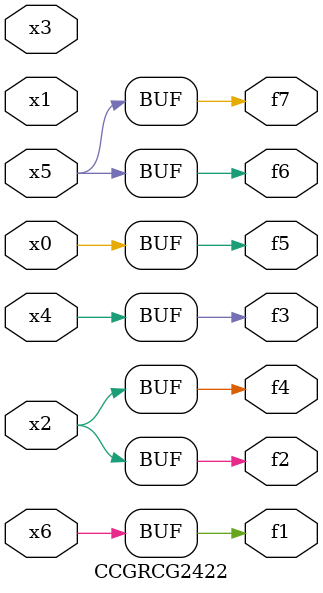
<source format=v>
module CCGRCG2422(
	input x0, x1, x2, x3, x4, x5, x6,
	output f1, f2, f3, f4, f5, f6, f7
);
	assign f1 = x6;
	assign f2 = x2;
	assign f3 = x4;
	assign f4 = x2;
	assign f5 = x0;
	assign f6 = x5;
	assign f7 = x5;
endmodule

</source>
